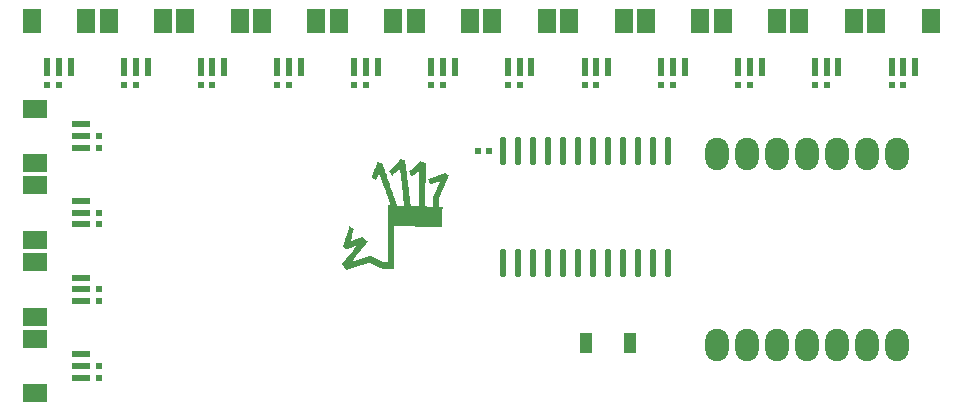
<source format=gbr>
%TF.GenerationSoftware,KiCad,Pcbnew,8.0.1*%
%TF.CreationDate,2025-02-03T01:20:01-05:00*%
%TF.ProjectId,glove-v3.1,676c6f76-652d-4763-932e-312e6b696361,rev?*%
%TF.SameCoordinates,Original*%
%TF.FileFunction,Paste,Top*%
%TF.FilePolarity,Positive*%
%FSLAX46Y46*%
G04 Gerber Fmt 4.6, Leading zero omitted, Abs format (unit mm)*
G04 Created by KiCad (PCBNEW 8.0.1) date 2025-02-03 01:20:01*
%MOMM*%
%LPD*%
G01*
G04 APERTURE LIST*
G04 Aperture macros list*
%AMRoundRect*
0 Rectangle with rounded corners*
0 $1 Rounding radius*
0 $2 $3 $4 $5 $6 $7 $8 $9 X,Y pos of 4 corners*
0 Add a 4 corners polygon primitive as box body*
4,1,4,$2,$3,$4,$5,$6,$7,$8,$9,$2,$3,0*
0 Add four circle primitives for the rounded corners*
1,1,$1+$1,$2,$3*
1,1,$1+$1,$4,$5*
1,1,$1+$1,$6,$7*
1,1,$1+$1,$8,$9*
0 Add four rect primitives between the rounded corners*
20,1,$1+$1,$2,$3,$4,$5,0*
20,1,$1+$1,$4,$5,$6,$7,0*
20,1,$1+$1,$6,$7,$8,$9,0*
20,1,$1+$1,$8,$9,$2,$3,0*%
G04 Aperture macros list end*
%ADD10C,0.000000*%
%ADD11RoundRect,1.000000X-0.000010X0.375000X-0.000010X-0.375000X0.000010X-0.375000X0.000010X0.375000X0*%
%ADD12R,0.600000X0.600000*%
%ADD13R,0.600000X1.550000*%
%ADD14R,1.500000X2.000000*%
%ADD15R,1.550000X0.600000*%
%ADD16R,2.000000X1.500000*%
%ADD17R,1.000000X1.800000*%
%ADD18O,0.570000X2.390000*%
G04 APERTURE END LIST*
D10*
%TO.C,G\u002A\u002A\u002A*%
G36*
X134137939Y-38143479D02*
G01*
X134168748Y-38153583D01*
X134213651Y-38168904D01*
X134269003Y-38188204D01*
X134320038Y-38206272D01*
X134387670Y-38230584D01*
X134436915Y-38249085D01*
X134470880Y-38263360D01*
X134492672Y-38274993D01*
X134505397Y-38285567D01*
X134512161Y-38296667D01*
X134515043Y-38305713D01*
X134517345Y-38320414D01*
X134522272Y-38356484D01*
X134529674Y-38412730D01*
X134539400Y-38487961D01*
X134551302Y-38580986D01*
X134565229Y-38690614D01*
X134581031Y-38815653D01*
X134598559Y-38954912D01*
X134617661Y-39107199D01*
X134638190Y-39271324D01*
X134659993Y-39446095D01*
X134682922Y-39630320D01*
X134706827Y-39822808D01*
X134731557Y-40022369D01*
X134756963Y-40227810D01*
X134758051Y-40236614D01*
X134783437Y-40441824D01*
X134808139Y-40640933D01*
X134832009Y-40832771D01*
X134854899Y-41016167D01*
X134876661Y-41189952D01*
X134897145Y-41352954D01*
X134916205Y-41504005D01*
X134933690Y-41641934D01*
X134949454Y-41765570D01*
X134963347Y-41873743D01*
X134975222Y-41965284D01*
X134984929Y-42039021D01*
X134992321Y-42093785D01*
X134997248Y-42128406D01*
X134999564Y-42141713D01*
X134999620Y-42141812D01*
X135012234Y-42144074D01*
X135044012Y-42146936D01*
X135091446Y-42150236D01*
X135151026Y-42153814D01*
X135219246Y-42157507D01*
X135292596Y-42161155D01*
X135367569Y-42164595D01*
X135440657Y-42167667D01*
X135508350Y-42170209D01*
X135567142Y-42172059D01*
X135613523Y-42173056D01*
X135643986Y-42173039D01*
X135654956Y-42171970D01*
X135655801Y-42160265D01*
X135657084Y-42127444D01*
X135658769Y-42075114D01*
X135660820Y-42004880D01*
X135663200Y-41918347D01*
X135665873Y-41817121D01*
X135668801Y-41702807D01*
X135671949Y-41577010D01*
X135675280Y-41441336D01*
X135678757Y-41297390D01*
X135682344Y-41146778D01*
X135686003Y-40991106D01*
X135689699Y-40831977D01*
X135693395Y-40670999D01*
X135697054Y-40509776D01*
X135700640Y-40349914D01*
X135704116Y-40193018D01*
X135707445Y-40040694D01*
X135710592Y-39894547D01*
X135713519Y-39756183D01*
X135716189Y-39627206D01*
X135718567Y-39509223D01*
X135720615Y-39403838D01*
X135722298Y-39312658D01*
X135723577Y-39237287D01*
X135724418Y-39179332D01*
X135724783Y-39140397D01*
X135724636Y-39122087D01*
X135724483Y-39120853D01*
X135715020Y-39126772D01*
X135689743Y-39145304D01*
X135650635Y-39174921D01*
X135599680Y-39214099D01*
X135538861Y-39261311D01*
X135470161Y-39315032D01*
X135395564Y-39373736D01*
X135389540Y-39378493D01*
X135314317Y-39437715D01*
X135244620Y-39492237D01*
X135182471Y-39540504D01*
X135129893Y-39580959D01*
X135088909Y-39612047D01*
X135061542Y-39632212D01*
X135049814Y-39639898D01*
X135049638Y-39639929D01*
X135042027Y-39630188D01*
X135026916Y-39603546D01*
X135006139Y-39563825D01*
X134981531Y-39514848D01*
X134954923Y-39460438D01*
X134928152Y-39404417D01*
X134903049Y-39350608D01*
X134881450Y-39302834D01*
X134865188Y-39264918D01*
X134856096Y-39240683D01*
X134854921Y-39234022D01*
X134857810Y-39230081D01*
X134865341Y-39222052D01*
X134878527Y-39208999D01*
X134898380Y-39189982D01*
X134925914Y-39164063D01*
X134962143Y-39130305D01*
X135008078Y-39087769D01*
X135064734Y-39035517D01*
X135133123Y-38972611D01*
X135214259Y-38898112D01*
X135309154Y-38811083D01*
X135418821Y-38710585D01*
X135542054Y-38597715D01*
X135804608Y-38357280D01*
X136019369Y-38425826D01*
X136085780Y-38447332D01*
X136144886Y-38467061D01*
X136193214Y-38483804D01*
X136227288Y-38496355D01*
X136243637Y-38503507D01*
X136244322Y-38504016D01*
X136245781Y-38516738D01*
X136246876Y-38551008D01*
X136247609Y-38605649D01*
X136247984Y-38679484D01*
X136248005Y-38771334D01*
X136247676Y-38880022D01*
X136246999Y-39004370D01*
X136245979Y-39143202D01*
X136244618Y-39295338D01*
X136242921Y-39459601D01*
X136240939Y-39630842D01*
X136238117Y-39858902D01*
X136235420Y-40067271D01*
X136232790Y-40258988D01*
X136230171Y-40437093D01*
X136227506Y-40604622D01*
X136224738Y-40764616D01*
X136221811Y-40920112D01*
X136218667Y-41074149D01*
X136215251Y-41229765D01*
X136211505Y-41389999D01*
X136207373Y-41557890D01*
X136202798Y-41736475D01*
X136198716Y-41891484D01*
X136190976Y-42182596D01*
X136517245Y-42191013D01*
X136600999Y-42193006D01*
X136677134Y-42194497D01*
X136742754Y-42195455D01*
X136794965Y-42195848D01*
X136830872Y-42195647D01*
X136847581Y-42194820D01*
X136848389Y-42194555D01*
X136849878Y-42182455D01*
X136851913Y-42150262D01*
X136854381Y-42100602D01*
X136857165Y-42036100D01*
X136860153Y-41959384D01*
X136863229Y-41873079D01*
X136865769Y-41795973D01*
X136878274Y-41402265D01*
X137188115Y-40705793D01*
X137240573Y-40587578D01*
X137290011Y-40475589D01*
X137335694Y-40371530D01*
X137376885Y-40277107D01*
X137412847Y-40194025D01*
X137442845Y-40123987D01*
X137466143Y-40068699D01*
X137482004Y-40029867D01*
X137489692Y-40009193D01*
X137490221Y-40006188D01*
X137478137Y-40009092D01*
X137446913Y-40018699D01*
X137398873Y-40034237D01*
X137336343Y-40054935D01*
X137261647Y-40080020D01*
X137177110Y-40108722D01*
X137085057Y-40140267D01*
X137052484Y-40151495D01*
X136958428Y-40183680D01*
X136871072Y-40213026D01*
X136792740Y-40238792D01*
X136725758Y-40260238D01*
X136672451Y-40276624D01*
X136635142Y-40287210D01*
X136616157Y-40291255D01*
X136614284Y-40291005D01*
X136605491Y-40275133D01*
X136591573Y-40242721D01*
X136573913Y-40197720D01*
X136553900Y-40144080D01*
X136532917Y-40085753D01*
X136512351Y-40026689D01*
X136493586Y-39970839D01*
X136478009Y-39922153D01*
X136467006Y-39884582D01*
X136461961Y-39862077D01*
X136462256Y-39857527D01*
X136474442Y-39852031D01*
X136506115Y-39839229D01*
X136555483Y-39819810D01*
X136620756Y-39794463D01*
X136700144Y-39763877D01*
X136791856Y-39728742D01*
X136894101Y-39689746D01*
X137005089Y-39647577D01*
X137123029Y-39602926D01*
X137173274Y-39583949D01*
X137873761Y-39319578D01*
X138036988Y-39418629D01*
X138091134Y-39451529D01*
X138138045Y-39480113D01*
X138174467Y-39502394D01*
X138197147Y-39516381D01*
X138203183Y-39520234D01*
X138199305Y-39530839D01*
X138187200Y-39560924D01*
X138167479Y-39609028D01*
X138140749Y-39673691D01*
X138107620Y-39753451D01*
X138068701Y-39846847D01*
X138024601Y-39952418D01*
X137975928Y-40068703D01*
X137923293Y-40194240D01*
X137867304Y-40327568D01*
X137808570Y-40467227D01*
X137797556Y-40493393D01*
X137388961Y-41463997D01*
X137381935Y-41810619D01*
X137380008Y-41898262D01*
X137377938Y-41979442D01*
X137375823Y-42051130D01*
X137373764Y-42110291D01*
X137371861Y-42153896D01*
X137370212Y-42178911D01*
X137369694Y-42182811D01*
X137368429Y-42197667D01*
X137375910Y-42205288D01*
X137397264Y-42208080D01*
X137424361Y-42208450D01*
X137465481Y-42209422D01*
X137518595Y-42211924D01*
X137573061Y-42215441D01*
X137579642Y-42215943D01*
X137675043Y-42223369D01*
X137667734Y-42599432D01*
X137665831Y-42700102D01*
X137663692Y-42817960D01*
X137661412Y-42947469D01*
X137659087Y-43083090D01*
X137656811Y-43219285D01*
X137654679Y-43350517D01*
X137653004Y-43457149D01*
X137645584Y-43938801D01*
X137422855Y-43931347D01*
X137378969Y-43929973D01*
X137314349Y-43928084D01*
X137230985Y-43925734D01*
X137130863Y-43922976D01*
X137015974Y-43919862D01*
X136888305Y-43916447D01*
X136749845Y-43912784D01*
X136602583Y-43908924D01*
X136448507Y-43904922D01*
X136289605Y-43900831D01*
X136127866Y-43896704D01*
X136097754Y-43895939D01*
X135930398Y-43891686D01*
X135761764Y-43887383D01*
X135594260Y-43883091D01*
X135430295Y-43878875D01*
X135272278Y-43874795D01*
X135122619Y-43870915D01*
X134983725Y-43867297D01*
X134858007Y-43864003D01*
X134747873Y-43861096D01*
X134655733Y-43858638D01*
X134586255Y-43856755D01*
X134475359Y-43853719D01*
X134357125Y-43850497D01*
X134237113Y-43847239D01*
X134120884Y-43844096D01*
X134013997Y-43841218D01*
X133922012Y-43838756D01*
X133890170Y-43837909D01*
X133603213Y-43830294D01*
X133601792Y-44814953D01*
X133601547Y-44962692D01*
X133601251Y-45103971D01*
X133600910Y-45237129D01*
X133600532Y-45360507D01*
X133600124Y-45472444D01*
X133599694Y-45571281D01*
X133599247Y-45655359D01*
X133598792Y-45723016D01*
X133598335Y-45772594D01*
X133597883Y-45802432D01*
X133597530Y-45810977D01*
X133597041Y-45823953D01*
X133596539Y-45857819D01*
X133596034Y-45910735D01*
X133595536Y-45980860D01*
X133595053Y-46066356D01*
X133594596Y-46165383D01*
X133594175Y-46276100D01*
X133593798Y-46396668D01*
X133593475Y-46525247D01*
X133593269Y-46629232D01*
X133591848Y-47436122D01*
X133110032Y-47436122D01*
X132628217Y-47436122D01*
X132063200Y-47184686D01*
X131498183Y-46933249D01*
X131451167Y-46947221D01*
X131431832Y-46953142D01*
X131392870Y-46965223D01*
X131336287Y-46982837D01*
X131264092Y-47005354D01*
X131178290Y-47032145D01*
X131080890Y-47062583D01*
X130973898Y-47096038D01*
X130859321Y-47131882D01*
X130739167Y-47169486D01*
X130615442Y-47208222D01*
X130490155Y-47247460D01*
X130365310Y-47286573D01*
X130242917Y-47324931D01*
X130124982Y-47361906D01*
X130013512Y-47396869D01*
X129910514Y-47429191D01*
X129817995Y-47458245D01*
X129737963Y-47483400D01*
X129672425Y-47504030D01*
X129623386Y-47519504D01*
X129592856Y-47529194D01*
X129584357Y-47531937D01*
X129537448Y-47547441D01*
X129411872Y-47369612D01*
X129367786Y-47307201D01*
X129323739Y-47244878D01*
X129283147Y-47187476D01*
X129249432Y-47139831D01*
X129229262Y-47111362D01*
X129172229Y-47030941D01*
X129803430Y-46243991D01*
X129896777Y-46127498D01*
X129985859Y-46016112D01*
X130069671Y-45911100D01*
X130147211Y-45813728D01*
X130217475Y-45725265D01*
X130279459Y-45646977D01*
X130332161Y-45580132D01*
X130374575Y-45525997D01*
X130405700Y-45485839D01*
X130424532Y-45460925D01*
X130430124Y-45452534D01*
X130419009Y-45455770D01*
X130389161Y-45466889D01*
X130342816Y-45484999D01*
X130282207Y-45509203D01*
X130209568Y-45538607D01*
X130127132Y-45572317D01*
X130037134Y-45609437D01*
X130000031Y-45624826D01*
X129906601Y-45663625D01*
X129818999Y-45699979D01*
X129739613Y-45732898D01*
X129670829Y-45761393D01*
X129615037Y-45784476D01*
X129574623Y-45801158D01*
X129551976Y-45810448D01*
X129548692Y-45811770D01*
X129537009Y-45813979D01*
X129522763Y-45810362D01*
X129503082Y-45798981D01*
X129475098Y-45777898D01*
X129435938Y-45745173D01*
X129386746Y-45702390D01*
X129340509Y-45661351D01*
X129300945Y-45625354D01*
X129270957Y-45597112D01*
X129253446Y-45579336D01*
X129250128Y-45574750D01*
X129253293Y-45561257D01*
X129262689Y-45528345D01*
X129277688Y-45478010D01*
X129297658Y-45412253D01*
X129321969Y-45333071D01*
X129349991Y-45242464D01*
X129381093Y-45142429D01*
X129414645Y-45034966D01*
X129450015Y-44922073D01*
X129486575Y-44805748D01*
X129523693Y-44687989D01*
X129560738Y-44570797D01*
X129597081Y-44456168D01*
X129632091Y-44346102D01*
X129665137Y-44242597D01*
X129695588Y-44147651D01*
X129722816Y-44063264D01*
X129746188Y-43991434D01*
X129765075Y-43934158D01*
X129778846Y-43893437D01*
X129786870Y-43871268D01*
X129788641Y-43867698D01*
X129800830Y-43873287D01*
X129829459Y-43888959D01*
X129871537Y-43912998D01*
X129924076Y-43943689D01*
X129984087Y-43979316D01*
X130005995Y-43992449D01*
X130213716Y-44117278D01*
X130049930Y-44618986D01*
X130016761Y-44720912D01*
X129986004Y-44816055D01*
X129958336Y-44902272D01*
X129934436Y-44977421D01*
X129914980Y-45039361D01*
X129900648Y-45085950D01*
X129892116Y-45115045D01*
X129889967Y-45124517D01*
X129900871Y-45120995D01*
X129930543Y-45109386D01*
X129976862Y-45090570D01*
X130037709Y-45065426D01*
X130110967Y-45034834D01*
X130194514Y-44999673D01*
X130286233Y-44960823D01*
X130358410Y-44930091D01*
X130823030Y-44731842D01*
X131082338Y-44926091D01*
X131149037Y-44976397D01*
X131209381Y-45022567D01*
X131261076Y-45062791D01*
X131301827Y-45095262D01*
X131329339Y-45118171D01*
X131341316Y-45129708D01*
X131341647Y-45130468D01*
X131334697Y-45140591D01*
X131314492Y-45167220D01*
X131282001Y-45209130D01*
X131238192Y-45265097D01*
X131184032Y-45333896D01*
X131120491Y-45414304D01*
X131048535Y-45505096D01*
X130969133Y-45605048D01*
X130883254Y-45712936D01*
X130791864Y-45827536D01*
X130695933Y-45947623D01*
X130653859Y-46000228D01*
X130556396Y-46122135D01*
X130463133Y-46238968D01*
X130375030Y-46349514D01*
X130293048Y-46452561D01*
X130218147Y-46546896D01*
X130151287Y-46631304D01*
X130093429Y-46704575D01*
X130045532Y-46765493D01*
X130008557Y-46812847D01*
X129983464Y-46845423D01*
X129971214Y-46862009D01*
X129970136Y-46863926D01*
X129981288Y-46861029D01*
X130012231Y-46851352D01*
X130061253Y-46835467D01*
X130126636Y-46813945D01*
X130206666Y-46787357D01*
X130299627Y-46756275D01*
X130403805Y-46721271D01*
X130517484Y-46682916D01*
X130638949Y-46641781D01*
X130742639Y-46606554D01*
X130869525Y-46563453D01*
X130990279Y-46522571D01*
X131103152Y-46484489D01*
X131206398Y-46449792D01*
X131298270Y-46419061D01*
X131377020Y-46392881D01*
X131440902Y-46371833D01*
X131488168Y-46356502D01*
X131517072Y-46347470D01*
X131525802Y-46345172D01*
X131538693Y-46349724D01*
X131570333Y-46362784D01*
X131618764Y-46383495D01*
X131682025Y-46410998D01*
X131758158Y-46444433D01*
X131845202Y-46482943D01*
X131941199Y-46525669D01*
X132044189Y-46571752D01*
X132096382Y-46595194D01*
X132652236Y-46845160D01*
X132836700Y-46845160D01*
X133021164Y-46845160D01*
X133027896Y-46734355D01*
X133028606Y-46711881D01*
X133029361Y-46667839D01*
X133030152Y-46603387D01*
X133030974Y-46519686D01*
X133031820Y-46417896D01*
X133032683Y-46299176D01*
X133033558Y-46164688D01*
X133034438Y-46015591D01*
X133035315Y-45853044D01*
X133036184Y-45678209D01*
X133037039Y-45492245D01*
X133037872Y-45296312D01*
X133038677Y-45091570D01*
X133039448Y-44879179D01*
X133040178Y-44660300D01*
X133040861Y-44436091D01*
X133040976Y-44396078D01*
X133041645Y-44172155D01*
X133042356Y-43953984D01*
X133043104Y-43742677D01*
X133043883Y-43539350D01*
X133044686Y-43345118D01*
X133045508Y-43161095D01*
X133046341Y-42988396D01*
X133047180Y-42828136D01*
X133048019Y-42681428D01*
X133048852Y-42549389D01*
X133049672Y-42433132D01*
X133050473Y-42333773D01*
X133051250Y-42252425D01*
X133051995Y-42190205D01*
X133052703Y-42148225D01*
X133053368Y-42127602D01*
X133053515Y-42125988D01*
X133059707Y-42083371D01*
X133173571Y-42083371D01*
X133225953Y-42082871D01*
X133259133Y-42081016D01*
X133276622Y-42077266D01*
X133281933Y-42071084D01*
X133281118Y-42066911D01*
X133276517Y-42054341D01*
X133264644Y-42021708D01*
X133245974Y-41970323D01*
X133220981Y-41901491D01*
X133190141Y-41816520D01*
X133153926Y-41716718D01*
X133112811Y-41603393D01*
X133067272Y-41477852D01*
X133017781Y-41341402D01*
X132964814Y-41195351D01*
X132908845Y-41041007D01*
X132850349Y-40879677D01*
X132795620Y-40728723D01*
X132735279Y-40562336D01*
X132677043Y-40401848D01*
X132621383Y-40248557D01*
X132568774Y-40103763D01*
X132519688Y-39968764D01*
X132474598Y-39844860D01*
X132433978Y-39733349D01*
X132398301Y-39635530D01*
X132368040Y-39552703D01*
X132343667Y-39486165D01*
X132325657Y-39437216D01*
X132314481Y-39407155D01*
X132310649Y-39397307D01*
X132304151Y-39404356D01*
X132288782Y-39429162D01*
X132265944Y-39469210D01*
X132237042Y-39521981D01*
X132203478Y-39584959D01*
X132167035Y-39654890D01*
X132130034Y-39726295D01*
X132096271Y-39790793D01*
X132067180Y-39845696D01*
X132044193Y-39888321D01*
X132028745Y-39915981D01*
X132022334Y-39925965D01*
X132010918Y-39921170D01*
X131984786Y-39905225D01*
X131947414Y-39880604D01*
X131902283Y-39849777D01*
X131852870Y-39815217D01*
X131802654Y-39779397D01*
X131755114Y-39744787D01*
X131713728Y-39713861D01*
X131681974Y-39689091D01*
X131663332Y-39672948D01*
X131659884Y-39668382D01*
X131663994Y-39656045D01*
X131675939Y-39624570D01*
X131694957Y-39575861D01*
X131720292Y-39511821D01*
X131751184Y-39434355D01*
X131786874Y-39345366D01*
X131826603Y-39246760D01*
X131869613Y-39140440D01*
X131905573Y-39051849D01*
X131958279Y-38922384D01*
X132003234Y-38812471D01*
X132041131Y-38720557D01*
X132072663Y-38645090D01*
X132098521Y-38584520D01*
X132119398Y-38537294D01*
X132135988Y-38501861D01*
X132148981Y-38476670D01*
X132159071Y-38460167D01*
X132166951Y-38450802D01*
X132173313Y-38447023D01*
X132175627Y-38446728D01*
X132199345Y-38447802D01*
X132238436Y-38450675D01*
X132288381Y-38454904D01*
X132344662Y-38460049D01*
X132402761Y-38465667D01*
X132458160Y-38471316D01*
X132506341Y-38476556D01*
X132542786Y-38480944D01*
X132562978Y-38484039D01*
X132565517Y-38484840D01*
X132569733Y-38495915D01*
X132581056Y-38527335D01*
X132599096Y-38577989D01*
X132623462Y-38646767D01*
X132653764Y-38732556D01*
X132689611Y-38834247D01*
X132730613Y-38950727D01*
X132776377Y-39080885D01*
X132826515Y-39223611D01*
X132880635Y-39377793D01*
X132938346Y-39542319D01*
X132999258Y-39716079D01*
X133062980Y-39897961D01*
X133129122Y-40086855D01*
X133197292Y-40281648D01*
X133201983Y-40295055D01*
X133270242Y-40490150D01*
X133336461Y-40679391D01*
X133400253Y-40861671D01*
X133461228Y-41035880D01*
X133518999Y-41200909D01*
X133573177Y-41355650D01*
X133623374Y-41498994D01*
X133669201Y-41629832D01*
X133710270Y-41747055D01*
X133746192Y-41849555D01*
X133776580Y-41936222D01*
X133801045Y-42005949D01*
X133819198Y-42057626D01*
X133830652Y-42090145D01*
X133835017Y-42102397D01*
X133835048Y-42102467D01*
X133846312Y-42103324D01*
X133877280Y-42104677D01*
X133924934Y-42106420D01*
X133986258Y-42108450D01*
X134058233Y-42110660D01*
X134128983Y-42112699D01*
X134219608Y-42115073D01*
X134289937Y-42116467D01*
X134342383Y-42116820D01*
X134379363Y-42116066D01*
X134403289Y-42114142D01*
X134416577Y-42110985D01*
X134421641Y-42106530D01*
X134421916Y-42104967D01*
X134420817Y-42090028D01*
X134417406Y-42054298D01*
X134411856Y-41999356D01*
X134404341Y-41926778D01*
X134395031Y-41838140D01*
X134384100Y-41735019D01*
X134371719Y-41618993D01*
X134358062Y-41491638D01*
X134343299Y-41354531D01*
X134327605Y-41209249D01*
X134311150Y-41057368D01*
X134294108Y-40900465D01*
X134276651Y-40740118D01*
X134258951Y-40577902D01*
X134241180Y-40415395D01*
X134223511Y-40254174D01*
X134206116Y-40095814D01*
X134189167Y-39941895D01*
X134172837Y-39793990D01*
X134157298Y-39653679D01*
X134142723Y-39522538D01*
X134129284Y-39402142D01*
X134117152Y-39294070D01*
X134106502Y-39199898D01*
X134097503Y-39121202D01*
X134090331Y-39059561D01*
X134085155Y-39016549D01*
X134082150Y-38993745D01*
X134081503Y-38990398D01*
X134071510Y-38995569D01*
X134046425Y-39013795D01*
X134008420Y-39043345D01*
X133959667Y-39082491D01*
X133902338Y-39129502D01*
X133838605Y-39182650D01*
X133813459Y-39203842D01*
X133743120Y-39263256D01*
X133674275Y-39321346D01*
X133609999Y-39375522D01*
X133553369Y-39423194D01*
X133507460Y-39461770D01*
X133475347Y-39488660D01*
X133471782Y-39491633D01*
X133391492Y-39558511D01*
X133286538Y-39360788D01*
X133181584Y-39163065D01*
X133648861Y-38651450D01*
X133732139Y-38560424D01*
X133810948Y-38474576D01*
X133883947Y-38395351D01*
X133949792Y-38324191D01*
X134007142Y-38262539D01*
X134054654Y-38211838D01*
X134090985Y-38173531D01*
X134114793Y-38149061D01*
X134124736Y-38139870D01*
X134124869Y-38139836D01*
X134137939Y-38143479D01*
G37*
%TD*%
D11*
%TO.C,U1*%
X176134400Y-37765800D03*
X173594400Y-37765800D03*
X171054400Y-37765800D03*
X168514400Y-37765800D03*
X165974400Y-37765800D03*
X163434400Y-37765800D03*
X160894400Y-37765800D03*
X160894400Y-53930800D03*
X163434400Y-53930800D03*
X165974400Y-53930800D03*
X168514400Y-53930800D03*
X171054400Y-53930800D03*
X173594400Y-53930800D03*
X176134400Y-53930800D03*
%TD*%
D12*
%TO.C,C16*%
X141650000Y-37450000D03*
X140650000Y-37450000D03*
%TD*%
%TO.C,C11*%
X150700000Y-31900000D03*
X149700000Y-31900000D03*
%TD*%
%TO.C,C14*%
X170200000Y-31900000D03*
X169200000Y-31900000D03*
%TD*%
%TO.C,C15*%
X176700000Y-31900000D03*
X175700000Y-31900000D03*
%TD*%
D13*
%TO.C,H13*%
X164700000Y-30380000D03*
X163700000Y-30380000D03*
X162700000Y-30380000D03*
D14*
X161400000Y-26500000D03*
X166000000Y-26500000D03*
%TD*%
D13*
%TO.C,H9*%
X138700000Y-30380000D03*
X137700000Y-30380000D03*
X136700000Y-30380000D03*
D14*
X135400000Y-26500000D03*
X140000000Y-26500000D03*
%TD*%
D13*
%TO.C,H14*%
X171200000Y-30380000D03*
X170200000Y-30380000D03*
X169200000Y-30380000D03*
D14*
X167900000Y-26500000D03*
X172500000Y-26500000D03*
%TD*%
D15*
%TO.C,H2*%
X107040000Y-41700000D03*
X107040000Y-42700000D03*
X107040000Y-43700000D03*
D16*
X103160000Y-45000000D03*
X103160000Y-40400000D03*
%TD*%
D12*
%TO.C,C3*%
X108600000Y-36200000D03*
X108600000Y-37200000D03*
%TD*%
%TO.C,C5*%
X111700000Y-31900000D03*
X110700000Y-31900000D03*
%TD*%
D15*
%TO.C,H3*%
X107040000Y-35200000D03*
X107040000Y-36200000D03*
X107040000Y-37200000D03*
D16*
X103160000Y-38500000D03*
X103160000Y-33900000D03*
%TD*%
D12*
%TO.C,C0*%
X108600000Y-55700000D03*
X108600000Y-56700000D03*
%TD*%
D17*
%TO.C,U3*%
X153550000Y-53700000D03*
X149850000Y-53700000D03*
%TD*%
D12*
%TO.C,C9*%
X137700000Y-31900000D03*
X136700000Y-31900000D03*
%TD*%
%TO.C,C4*%
X105200000Y-31900000D03*
X104200000Y-31900000D03*
%TD*%
D13*
%TO.C,H10*%
X145200000Y-30380000D03*
X144200000Y-30380000D03*
X143200000Y-30380000D03*
D14*
X141900000Y-26500000D03*
X146500000Y-26500000D03*
%TD*%
D13*
%TO.C,H12*%
X158200000Y-30380000D03*
X157200000Y-30380000D03*
X156200000Y-30380000D03*
D14*
X154900000Y-26500000D03*
X159500000Y-26500000D03*
%TD*%
D12*
%TO.C,C12*%
X157200000Y-31900000D03*
X156200000Y-31900000D03*
%TD*%
D15*
%TO.C,H1*%
X107040000Y-48200000D03*
X107040000Y-49200000D03*
X107040000Y-50200000D03*
D16*
X103160000Y-51500000D03*
X103160000Y-46900000D03*
%TD*%
D12*
%TO.C,C8*%
X131200000Y-31900000D03*
X130200000Y-31900000D03*
%TD*%
%TO.C,C1*%
X108600000Y-49200000D03*
X108600000Y-50200000D03*
%TD*%
%TO.C,C2*%
X108600000Y-42700000D03*
X108600000Y-43700000D03*
%TD*%
%TO.C,C13*%
X163700000Y-31900000D03*
X162700000Y-31900000D03*
%TD*%
%TO.C,C6*%
X118200000Y-31900000D03*
X117200000Y-31900000D03*
%TD*%
D13*
%TO.C,H11*%
X151700000Y-30380000D03*
X150700000Y-30380000D03*
X149700000Y-30380000D03*
D14*
X148400000Y-26500000D03*
X153000000Y-26500000D03*
%TD*%
D18*
%TO.C,U2*%
X142810000Y-46930000D03*
X144080000Y-46930000D03*
X145350000Y-46930000D03*
X146620000Y-46930000D03*
X147890000Y-46930000D03*
X149170000Y-46930000D03*
X150430000Y-46930000D03*
X151700000Y-46930000D03*
X152970000Y-46930000D03*
X154240000Y-46930000D03*
X155510000Y-46930000D03*
X156790000Y-46930000D03*
X156790000Y-37450000D03*
X155510000Y-37450000D03*
X154240000Y-37450000D03*
X152970000Y-37450000D03*
X151700000Y-37450000D03*
X150430000Y-37450000D03*
X149170000Y-37450000D03*
X147890000Y-37450000D03*
X146620000Y-37450000D03*
X145350000Y-37450000D03*
X144080000Y-37450000D03*
X142810000Y-37450000D03*
%TD*%
D13*
%TO.C,H6*%
X119200000Y-30380000D03*
X118200000Y-30380000D03*
X117200000Y-30380000D03*
D14*
X115900000Y-26500000D03*
X120500000Y-26500000D03*
%TD*%
D13*
%TO.C,H7*%
X125700000Y-30380000D03*
X124700000Y-30380000D03*
X123700000Y-30380000D03*
D14*
X122400000Y-26500000D03*
X127000000Y-26500000D03*
%TD*%
D13*
%TO.C,H5*%
X112700000Y-30380000D03*
X111700000Y-30380000D03*
X110700000Y-30380000D03*
D14*
X109400000Y-26500000D03*
X114000000Y-26500000D03*
%TD*%
D13*
%TO.C,H4*%
X106200000Y-30380000D03*
X105200000Y-30380000D03*
X104200000Y-30380000D03*
D14*
X102900000Y-26500000D03*
X107500000Y-26500000D03*
%TD*%
D15*
%TO.C,H0*%
X107052500Y-54700000D03*
X107052500Y-55700000D03*
X107052500Y-56700000D03*
D16*
X103172500Y-58000000D03*
X103172500Y-53400000D03*
%TD*%
D13*
%TO.C,H8*%
X132200000Y-30380000D03*
X131200000Y-30380000D03*
X130200000Y-30380000D03*
D14*
X128900000Y-26500000D03*
X133500000Y-26500000D03*
%TD*%
D12*
%TO.C,C10*%
X144200000Y-31900000D03*
X143200000Y-31900000D03*
%TD*%
D13*
%TO.C,H15*%
X177700000Y-30380000D03*
X176700000Y-30380000D03*
X175700000Y-30380000D03*
D14*
X174400000Y-26500000D03*
X179000000Y-26500000D03*
%TD*%
D12*
%TO.C,C7*%
X124700000Y-31900000D03*
X123700000Y-31900000D03*
%TD*%
M02*

</source>
